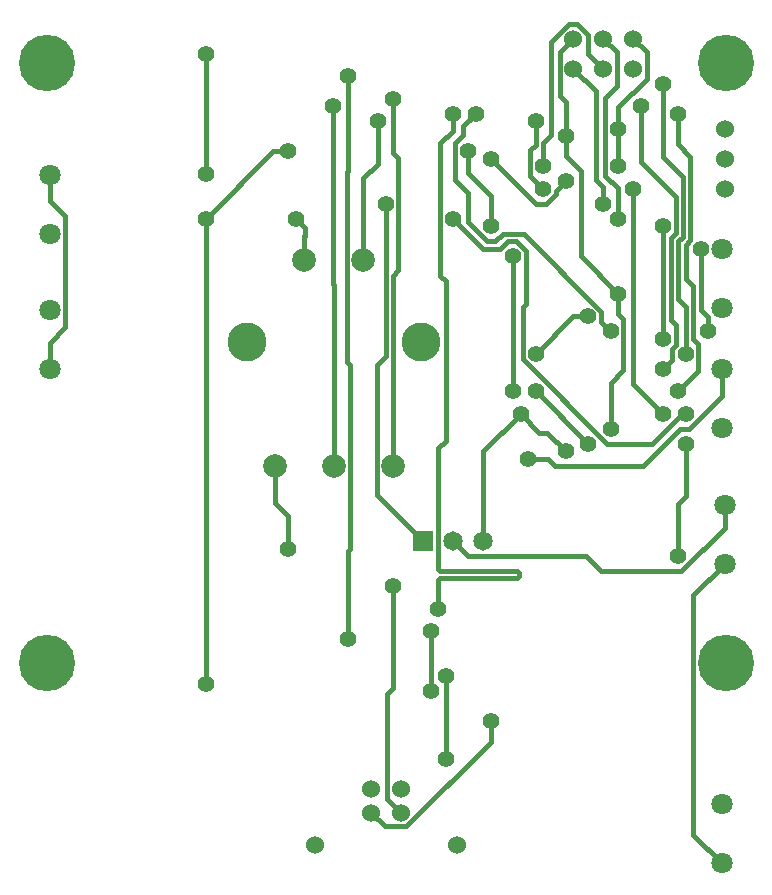
<source format=gbl>
*
*
G04 PADS 9.3.1 Build Number: 456998 generated Gerber (RS-274-X) file*
G04 PC Version=2.1*
*
%IN "Dechorionator.pcb"*%
*
%MOIN*%
*
%FSLAX35Y35*%
*
*
*
*
G04 PC Standard Apertures*
*
*
G04 Thermal Relief Aperture macro.*
%AMTER*
1,1,$1,0,0*
1,0,$1-$2,0,0*
21,0,$3,$4,0,0,45*
21,0,$3,$4,0,0,135*
%
*
*
G04 Annular Aperture macro.*
%AMANN*
1,1,$1,0,0*
1,0,$2,0,0*
%
*
*
G04 Odd Aperture macro.*
%AMODD*
1,1,$1,0,0*
1,0,$1-0.005,0,0*
%
*
*
G04 PC Custom Aperture Macros*
*
*
*
*
*
*
G04 PC Aperture Table*
*
%ADD010C,0.001*%
%ADD026C,0.06*%
%ADD037C,0.055*%
%ADD131C,0.07874*%
%ADD132C,0.12992*%
%ADD138R,0.065X0.065*%
%ADD139C,0.065*%
%ADD146C,0.1875*%
%ADD168C,0.07087*%
%ADD173C,0.018*%
*
*
*
*
G04 PC Circuitry*
G04 Layer Name Dechorionator.pcb - circuitry*
%LPD*%
*
*
G04 PC Custom Flashes*
G04 Layer Name Dechorionator.pcb - flashes*
%LPD*%
*
*
G04 PC Circuitry*
G04 Layer Name Dechorionator.pcb - circuitry*
%LPD*%
*
G54D10*
G54D26*
G01X130000Y40000D03*
X120157D03*
Y32126D03*
X130000D03*
X101378Y21496D03*
X148780D03*
X187500Y280000D03*
Y290000D03*
X197500Y280000D03*
Y290000D03*
X207500Y280000D03*
Y290000D03*
X238000Y240000D03*
Y250000D03*
Y260000D03*
G54D37*
X65000Y75000D03*
X140000Y72500D03*
X160000Y62500D03*
X145000Y77500D03*
Y50000D03*
X92500Y120000D03*
X112500Y90000D03*
X127500Y107500D03*
X140000Y92500D03*
X142500Y100000D03*
X222500Y117500D03*
X185000Y152500D03*
X170000Y165000D03*
X200000Y160000D03*
X172500Y150000D03*
X192500Y155000D03*
X225000Y165000D03*
X217500D03*
X225000Y155000D03*
X202500Y205000D03*
X200000Y192500D03*
X175000Y172500D03*
X167500D03*
X192500Y197500D03*
X175000Y185000D03*
X232500Y192500D03*
X217500Y190000D03*
X225000Y185000D03*
X217500Y180000D03*
X222500Y172500D03*
X65000Y245000D03*
Y230000D03*
X95000D03*
X125000Y235000D03*
X147500Y230000D03*
X160000Y227500D03*
X202500Y247500D03*
X185000Y242500D03*
X202500Y230000D03*
X197500Y235000D03*
X177500Y247500D03*
Y240000D03*
X167500Y217500D03*
X230000Y220000D03*
X217500Y227500D03*
X207500Y240000D03*
X65000Y285000D03*
X92500Y252500D03*
X107500Y267500D03*
X122500Y262500D03*
X112500Y277500D03*
X127500Y270000D03*
X147500Y265000D03*
X152500Y252500D03*
X160000Y250000D03*
X155000Y265000D03*
X202500Y260000D03*
X185000Y257500D03*
X175000Y262500D03*
X217500Y275000D03*
X210000Y267500D03*
X222500Y265000D03*
G54D131*
X127500Y147500D03*
X107815D03*
X88130D03*
X117657Y216398D03*
X97972D03*
G54D132*
X136949Y188839D03*
X78697D03*
G54D138*
X137500Y122500D03*
G54D139*
X147500D03*
X157500D03*
G54D146*
X238500Y282000D03*
Y82000D03*
X12000Y282000D03*
Y82000D03*
G54D168*
X237000Y220000D03*
Y200315D03*
Y180000D03*
Y160315D03*
X238000Y115000D03*
Y134685D03*
X237000Y35000D03*
Y15315D03*
X13000Y180000D03*
Y199685D03*
Y225000D03*
Y244685D03*
G54D173*
X131738Y27500D02*
X160000Y55762D01*
Y62500*
X131738Y27500D02*
X124783D01*
X120157Y32126*
X130000D02*
X125500Y36626D01*
Y71557*
X237000Y15315D02*
X227625Y24690D01*
Y104625*
X65000Y75000D02*
Y230000D01*
X125500Y71557D02*
X127500Y73557D01*
Y107500*
X140000Y72500D02*
Y92500D01*
X145000Y50000D02*
Y77500D01*
X92500Y120000D02*
Y130971D01*
X88130Y135342*
Y147500*
X112500Y90000D02*
Y119373D01*
X113252Y120125*
Y181433*
X142500Y100000D02*
Y109650D01*
X143203Y110353*
X168691*
X169394Y111056*
Y112050*
X157500Y122500D02*
Y152500D01*
X170000Y165000*
X137500Y122500D02*
X122063Y137937D01*
Y181433*
X169394Y112050D02*
X168691Y112753D01*
X143203*
X142500Y113456*
Y153650*
X223510Y112500D02*
X238000Y126990D01*
Y134685*
X223510Y112500D02*
X196914D01*
X191914Y117500*
X152500*
X147500Y122500*
X227625Y104625D02*
X238000Y115000D01*
X222500Y117500D02*
Y135000D01*
X225000Y137500*
Y155000*
X107815Y147500D02*
Y207936D01*
X107500Y208251*
Y267500*
X142500Y153650D02*
X145000Y156150D01*
Y209293*
X127500Y147500D02*
Y211094D01*
X129250Y212844*
Y250380*
X185000Y152500D02*
X178750Y158750D01*
X176250*
X170000Y165000*
X200000Y160000D02*
Y175370D01*
X204250Y179620*
Y196630*
X192500Y155000D02*
X175000Y172500D01*
X210687Y147500D02*
X223187Y160000D01*
X226010*
X237000Y170990*
Y180000*
X210687Y147500D02*
X181620D01*
X179120Y150000*
X172500*
X224495Y165505D02*
X213990Y155000D01*
X198990*
X170750Y183240*
X225000Y165000D02*
X224495Y165505D01*
X217500Y165000D02*
X207500Y175000D01*
Y240000*
X13000Y180000D02*
Y188798D01*
X18043Y193841*
Y230844*
X113252Y181433D02*
X112220Y182465D01*
Y245810*
X122063Y181433D02*
X125000Y184370D01*
Y235000*
X145000Y209293D02*
X143250Y211043D01*
Y255178*
X171750Y201750D02*
Y219260D01*
X168510Y222500*
X170750Y183240D02*
Y200750D01*
X171750Y201750*
X204250Y196630D02*
X202500Y198380D01*
Y205000*
X190000Y217500*
Y245880*
X185000Y250880*
Y257500*
X200000Y192500D02*
X196872Y195628D01*
Y199138*
X171010Y225000*
X167500Y172500D02*
Y217500D01*
X175000Y185000D02*
X187500Y197500D01*
X192500*
X229250Y179250D02*
Y188250D01*
X227500Y190000*
Y207605*
X225000Y210105*
X222500Y203289D02*
Y222500D01*
X224150Y224150*
X221750Y188000D02*
Y194722D01*
X220000Y196472*
Y223692*
X221750Y225442*
X232500Y192500D02*
Y197216D01*
X230000Y199716*
Y220000*
X217500Y190000D02*
Y227500D01*
X225000Y185000D02*
Y200789D01*
X222500Y203289*
X217500Y180000D02*
X220505Y183005D01*
Y186755*
X221750Y188000*
X222500Y172500D02*
X229250Y179250D01*
X18043Y230844D02*
X13000Y235887D01*
Y244685*
X65000Y245000D02*
Y285000D01*
Y230000D02*
X87500Y252500D01*
X92500*
X98005Y226995D02*
X95000Y230000D01*
X112220Y245810D02*
X112500Y246090D01*
Y277500*
X97972Y216398D02*
Y224398D01*
X98005Y224431*
Y226995*
X117657Y216398D02*
Y243538D01*
X122500Y248380*
Y262500*
X163208Y220000D02*
X165708Y222500D01*
X168510*
X163208Y220000D02*
X157500D01*
X147500Y230000*
X161532Y222500D02*
X164032Y225000D01*
X171010*
X161532Y222500D02*
X158990D01*
X152500Y228990*
Y238750*
X148250Y243000*
Y255462*
X150947Y258160*
Y260947*
X155000Y265000*
X160000Y227500D02*
Y237697D01*
X152500Y245197*
Y252500*
X178510Y235000D02*
X181872Y238362D01*
Y239372*
X185000Y242500*
X178510Y235000D02*
X175000D01*
X160000Y250000*
X198250Y244478D02*
Y270427D01*
X202000Y274177*
X173250Y244250D02*
Y252880D01*
X175000Y254630*
Y262500*
X202500Y247500D02*
Y260000D01*
Y230000D02*
Y240228D01*
X198250Y244478*
X197500Y235000D02*
Y240572D01*
X195000Y243072*
Y272500*
X187500Y280000*
X177500Y247500D02*
Y255370D01*
X180000Y257870*
Y288864*
X186136Y295000*
X188864*
X177500Y240000D02*
X173250Y244250D01*
X226550Y222858D02*
Y250803D01*
X222500Y254853*
Y265000*
X225000Y210105D02*
Y221308D01*
X226550Y222858*
X224150Y224150D02*
Y244071D01*
X217500Y250721*
Y275000*
X221750Y225442D02*
Y237339D01*
X210000Y249089*
Y267500*
X143250Y255178D02*
X147500Y259428D01*
Y265000*
X129250Y250380D02*
X127500Y252130D01*
Y270000*
X202000Y274177D02*
Y285500D01*
X197500Y290000*
X183000Y270943D02*
Y285500D01*
X187500Y290000*
X202500Y260000D02*
Y267323D01*
X212000Y276823*
X185000Y257500D02*
Y268943D01*
X183000Y270943*
X197500Y280000D02*
X192500Y285000D01*
Y291364*
X188864Y295000*
X212000Y276823D02*
Y285500D01*
X207500Y290000*
X0Y0D02*
M02*

</source>
